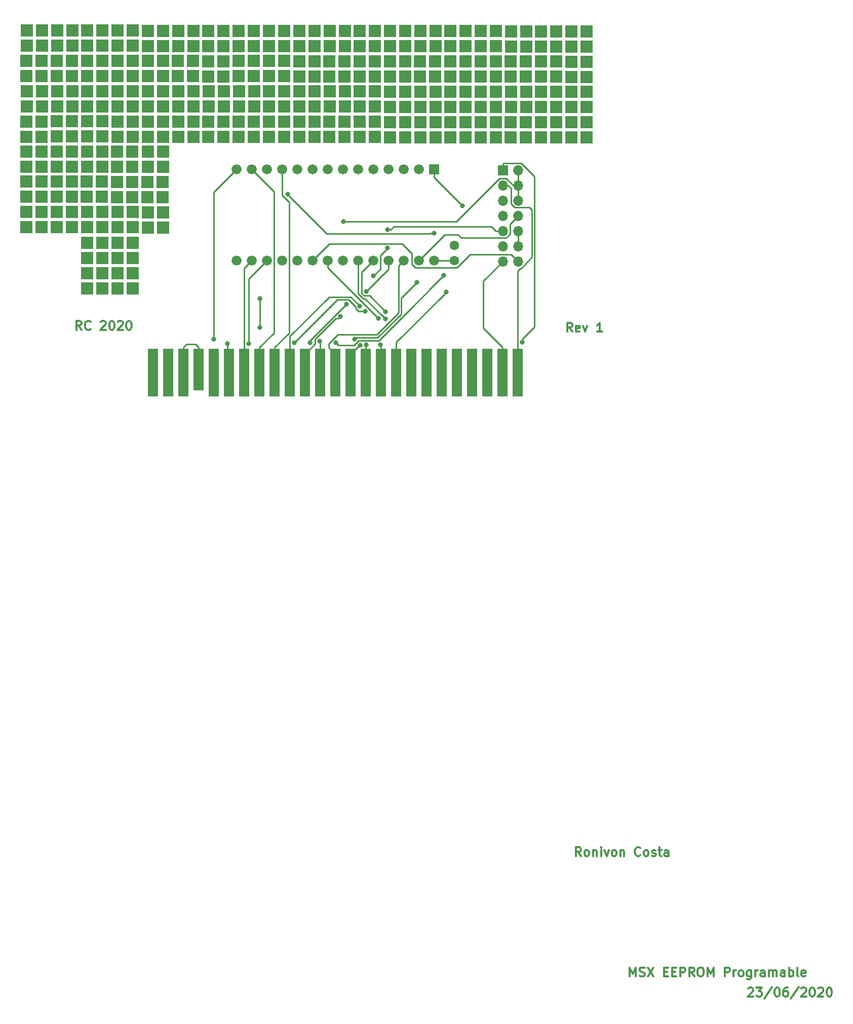
<source format=gbr>
G04 #@! TF.GenerationSoftware,KiCad,Pcbnew,(5.1.5)-3*
G04 #@! TF.CreationDate,2020-07-01T21:27:04+01:00*
G04 #@! TF.ProjectId,msx_eeprom,6d73785f-6565-4707-926f-6d2e6b696361,rev?*
G04 #@! TF.SameCoordinates,Original*
G04 #@! TF.FileFunction,Copper,L1,Top*
G04 #@! TF.FilePolarity,Positive*
%FSLAX46Y46*%
G04 Gerber Fmt 4.6, Leading zero omitted, Abs format (unit mm)*
G04 Created by KiCad (PCBNEW (5.1.5)-3) date 2020-07-01 21:27:04*
%MOMM*%
%LPD*%
G04 APERTURE LIST*
%ADD10C,0.300000*%
%ADD11O,1.700000X1.700000*%
%ADD12R,1.700000X1.700000*%
%ADD13R,1.998980X1.998980*%
%ADD14R,1.800000X8.000000*%
%ADD15R,1.800000X7.000000*%
%ADD16R,1.676400X1.676400*%
%ADD17C,1.676400*%
%ADD18C,1.600000*%
%ADD19C,0.800000*%
%ADD20C,0.250000*%
G04 APERTURE END LIST*
D10*
X178014725Y-82659611D02*
X177514725Y-81945325D01*
X177157582Y-82659611D02*
X177157582Y-81159611D01*
X177729011Y-81159611D01*
X177871868Y-81231040D01*
X177943297Y-81302468D01*
X178014725Y-81445325D01*
X178014725Y-81659611D01*
X177943297Y-81802468D01*
X177871868Y-81873897D01*
X177729011Y-81945325D01*
X177157582Y-81945325D01*
X179229011Y-82588182D02*
X179086154Y-82659611D01*
X178800440Y-82659611D01*
X178657582Y-82588182D01*
X178586154Y-82445325D01*
X178586154Y-81873897D01*
X178657582Y-81731040D01*
X178800440Y-81659611D01*
X179086154Y-81659611D01*
X179229011Y-81731040D01*
X179300440Y-81873897D01*
X179300440Y-82016754D01*
X178586154Y-82159611D01*
X179800440Y-81659611D02*
X180157582Y-82659611D01*
X180514725Y-81659611D01*
X183014725Y-82659611D02*
X182157582Y-82659611D01*
X182586154Y-82659611D02*
X182586154Y-81159611D01*
X182443297Y-81373897D01*
X182300440Y-81516754D01*
X182157582Y-81588182D01*
X179466942Y-170246431D02*
X178966942Y-169532145D01*
X178609800Y-170246431D02*
X178609800Y-168746431D01*
X179181228Y-168746431D01*
X179324085Y-168817860D01*
X179395514Y-168889288D01*
X179466942Y-169032145D01*
X179466942Y-169246431D01*
X179395514Y-169389288D01*
X179324085Y-169460717D01*
X179181228Y-169532145D01*
X178609800Y-169532145D01*
X180324085Y-170246431D02*
X180181228Y-170175002D01*
X180109800Y-170103574D01*
X180038371Y-169960717D01*
X180038371Y-169532145D01*
X180109800Y-169389288D01*
X180181228Y-169317860D01*
X180324085Y-169246431D01*
X180538371Y-169246431D01*
X180681228Y-169317860D01*
X180752657Y-169389288D01*
X180824085Y-169532145D01*
X180824085Y-169960717D01*
X180752657Y-170103574D01*
X180681228Y-170175002D01*
X180538371Y-170246431D01*
X180324085Y-170246431D01*
X181466942Y-169246431D02*
X181466942Y-170246431D01*
X181466942Y-169389288D02*
X181538371Y-169317860D01*
X181681228Y-169246431D01*
X181895514Y-169246431D01*
X182038371Y-169317860D01*
X182109800Y-169460717D01*
X182109800Y-170246431D01*
X182824085Y-170246431D02*
X182824085Y-169246431D01*
X182824085Y-168746431D02*
X182752657Y-168817860D01*
X182824085Y-168889288D01*
X182895514Y-168817860D01*
X182824085Y-168746431D01*
X182824085Y-168889288D01*
X183395514Y-169246431D02*
X183752657Y-170246431D01*
X184109800Y-169246431D01*
X184895514Y-170246431D02*
X184752657Y-170175002D01*
X184681228Y-170103574D01*
X184609800Y-169960717D01*
X184609800Y-169532145D01*
X184681228Y-169389288D01*
X184752657Y-169317860D01*
X184895514Y-169246431D01*
X185109800Y-169246431D01*
X185252657Y-169317860D01*
X185324085Y-169389288D01*
X185395514Y-169532145D01*
X185395514Y-169960717D01*
X185324085Y-170103574D01*
X185252657Y-170175002D01*
X185109800Y-170246431D01*
X184895514Y-170246431D01*
X186038371Y-169246431D02*
X186038371Y-170246431D01*
X186038371Y-169389288D02*
X186109800Y-169317860D01*
X186252657Y-169246431D01*
X186466942Y-169246431D01*
X186609800Y-169317860D01*
X186681228Y-169460717D01*
X186681228Y-170246431D01*
X189395514Y-170103574D02*
X189324085Y-170175002D01*
X189109800Y-170246431D01*
X188966942Y-170246431D01*
X188752657Y-170175002D01*
X188609800Y-170032145D01*
X188538371Y-169889288D01*
X188466942Y-169603574D01*
X188466942Y-169389288D01*
X188538371Y-169103574D01*
X188609800Y-168960717D01*
X188752657Y-168817860D01*
X188966942Y-168746431D01*
X189109800Y-168746431D01*
X189324085Y-168817860D01*
X189395514Y-168889288D01*
X190252657Y-170246431D02*
X190109800Y-170175002D01*
X190038371Y-170103574D01*
X189966942Y-169960717D01*
X189966942Y-169532145D01*
X190038371Y-169389288D01*
X190109800Y-169317860D01*
X190252657Y-169246431D01*
X190466942Y-169246431D01*
X190609800Y-169317860D01*
X190681228Y-169389288D01*
X190752657Y-169532145D01*
X190752657Y-169960717D01*
X190681228Y-170103574D01*
X190609800Y-170175002D01*
X190466942Y-170246431D01*
X190252657Y-170246431D01*
X191324085Y-170175002D02*
X191466942Y-170246431D01*
X191752657Y-170246431D01*
X191895514Y-170175002D01*
X191966942Y-170032145D01*
X191966942Y-169960717D01*
X191895514Y-169817860D01*
X191752657Y-169746431D01*
X191538371Y-169746431D01*
X191395514Y-169675002D01*
X191324085Y-169532145D01*
X191324085Y-169460717D01*
X191395514Y-169317860D01*
X191538371Y-169246431D01*
X191752657Y-169246431D01*
X191895514Y-169317860D01*
X192395514Y-169246431D02*
X192966942Y-169246431D01*
X192609800Y-168746431D02*
X192609800Y-170032145D01*
X192681228Y-170175002D01*
X192824085Y-170246431D01*
X192966942Y-170246431D01*
X194109800Y-170246431D02*
X194109800Y-169460717D01*
X194038371Y-169317860D01*
X193895514Y-169246431D01*
X193609800Y-169246431D01*
X193466942Y-169317860D01*
X194109800Y-170175002D02*
X193966942Y-170246431D01*
X193609800Y-170246431D01*
X193466942Y-170175002D01*
X193395514Y-170032145D01*
X193395514Y-169889288D01*
X193466942Y-169746431D01*
X193609800Y-169675002D01*
X193966942Y-169675002D01*
X194109800Y-169603574D01*
X187617188Y-190342911D02*
X187617188Y-188842911D01*
X188117188Y-189914340D01*
X188617188Y-188842911D01*
X188617188Y-190342911D01*
X189260045Y-190271482D02*
X189474331Y-190342911D01*
X189831474Y-190342911D01*
X189974331Y-190271482D01*
X190045760Y-190200054D01*
X190117188Y-190057197D01*
X190117188Y-189914340D01*
X190045760Y-189771482D01*
X189974331Y-189700054D01*
X189831474Y-189628625D01*
X189545760Y-189557197D01*
X189402902Y-189485768D01*
X189331474Y-189414340D01*
X189260045Y-189271482D01*
X189260045Y-189128625D01*
X189331474Y-188985768D01*
X189402902Y-188914340D01*
X189545760Y-188842911D01*
X189902902Y-188842911D01*
X190117188Y-188914340D01*
X190617188Y-188842911D02*
X191617188Y-190342911D01*
X191617188Y-188842911D02*
X190617188Y-190342911D01*
X193331474Y-189557197D02*
X193831474Y-189557197D01*
X194045760Y-190342911D02*
X193331474Y-190342911D01*
X193331474Y-188842911D01*
X194045760Y-188842911D01*
X194688617Y-189557197D02*
X195188617Y-189557197D01*
X195402902Y-190342911D02*
X194688617Y-190342911D01*
X194688617Y-188842911D01*
X195402902Y-188842911D01*
X196045760Y-190342911D02*
X196045760Y-188842911D01*
X196617188Y-188842911D01*
X196760045Y-188914340D01*
X196831474Y-188985768D01*
X196902902Y-189128625D01*
X196902902Y-189342911D01*
X196831474Y-189485768D01*
X196760045Y-189557197D01*
X196617188Y-189628625D01*
X196045760Y-189628625D01*
X198402902Y-190342911D02*
X197902902Y-189628625D01*
X197545760Y-190342911D02*
X197545760Y-188842911D01*
X198117188Y-188842911D01*
X198260045Y-188914340D01*
X198331474Y-188985768D01*
X198402902Y-189128625D01*
X198402902Y-189342911D01*
X198331474Y-189485768D01*
X198260045Y-189557197D01*
X198117188Y-189628625D01*
X197545760Y-189628625D01*
X199331474Y-188842911D02*
X199617188Y-188842911D01*
X199760045Y-188914340D01*
X199902902Y-189057197D01*
X199974331Y-189342911D01*
X199974331Y-189842911D01*
X199902902Y-190128625D01*
X199760045Y-190271482D01*
X199617188Y-190342911D01*
X199331474Y-190342911D01*
X199188617Y-190271482D01*
X199045760Y-190128625D01*
X198974331Y-189842911D01*
X198974331Y-189342911D01*
X199045760Y-189057197D01*
X199188617Y-188914340D01*
X199331474Y-188842911D01*
X200617188Y-190342911D02*
X200617188Y-188842911D01*
X201117188Y-189914340D01*
X201617188Y-188842911D01*
X201617188Y-190342911D01*
X203474331Y-190342911D02*
X203474331Y-188842911D01*
X204045760Y-188842911D01*
X204188617Y-188914340D01*
X204260045Y-188985768D01*
X204331474Y-189128625D01*
X204331474Y-189342911D01*
X204260045Y-189485768D01*
X204188617Y-189557197D01*
X204045760Y-189628625D01*
X203474331Y-189628625D01*
X204974331Y-190342911D02*
X204974331Y-189342911D01*
X204974331Y-189628625D02*
X205045760Y-189485768D01*
X205117188Y-189414340D01*
X205260045Y-189342911D01*
X205402902Y-189342911D01*
X206117188Y-190342911D02*
X205974331Y-190271482D01*
X205902902Y-190200054D01*
X205831474Y-190057197D01*
X205831474Y-189628625D01*
X205902902Y-189485768D01*
X205974331Y-189414340D01*
X206117188Y-189342911D01*
X206331474Y-189342911D01*
X206474331Y-189414340D01*
X206545760Y-189485768D01*
X206617188Y-189628625D01*
X206617188Y-190057197D01*
X206545760Y-190200054D01*
X206474331Y-190271482D01*
X206331474Y-190342911D01*
X206117188Y-190342911D01*
X207902902Y-189342911D02*
X207902902Y-190557197D01*
X207831474Y-190700054D01*
X207760045Y-190771482D01*
X207617188Y-190842911D01*
X207402902Y-190842911D01*
X207260045Y-190771482D01*
X207902902Y-190271482D02*
X207760045Y-190342911D01*
X207474331Y-190342911D01*
X207331474Y-190271482D01*
X207260045Y-190200054D01*
X207188617Y-190057197D01*
X207188617Y-189628625D01*
X207260045Y-189485768D01*
X207331474Y-189414340D01*
X207474331Y-189342911D01*
X207760045Y-189342911D01*
X207902902Y-189414340D01*
X208617188Y-190342911D02*
X208617188Y-189342911D01*
X208617188Y-189628625D02*
X208688617Y-189485768D01*
X208760045Y-189414340D01*
X208902902Y-189342911D01*
X209045760Y-189342911D01*
X210188617Y-190342911D02*
X210188617Y-189557197D01*
X210117188Y-189414340D01*
X209974331Y-189342911D01*
X209688617Y-189342911D01*
X209545760Y-189414340D01*
X210188617Y-190271482D02*
X210045760Y-190342911D01*
X209688617Y-190342911D01*
X209545760Y-190271482D01*
X209474331Y-190128625D01*
X209474331Y-189985768D01*
X209545760Y-189842911D01*
X209688617Y-189771482D01*
X210045760Y-189771482D01*
X210188617Y-189700054D01*
X210902902Y-190342911D02*
X210902902Y-189342911D01*
X210902902Y-189485768D02*
X210974331Y-189414340D01*
X211117188Y-189342911D01*
X211331474Y-189342911D01*
X211474331Y-189414340D01*
X211545760Y-189557197D01*
X211545760Y-190342911D01*
X211545760Y-189557197D02*
X211617188Y-189414340D01*
X211760045Y-189342911D01*
X211974331Y-189342911D01*
X212117188Y-189414340D01*
X212188617Y-189557197D01*
X212188617Y-190342911D01*
X213545760Y-190342911D02*
X213545760Y-189557197D01*
X213474331Y-189414340D01*
X213331474Y-189342911D01*
X213045760Y-189342911D01*
X212902902Y-189414340D01*
X213545760Y-190271482D02*
X213402902Y-190342911D01*
X213045760Y-190342911D01*
X212902902Y-190271482D01*
X212831474Y-190128625D01*
X212831474Y-189985768D01*
X212902902Y-189842911D01*
X213045760Y-189771482D01*
X213402902Y-189771482D01*
X213545760Y-189700054D01*
X214260045Y-190342911D02*
X214260045Y-188842911D01*
X214260045Y-189414340D02*
X214402902Y-189342911D01*
X214688617Y-189342911D01*
X214831474Y-189414340D01*
X214902902Y-189485768D01*
X214974331Y-189628625D01*
X214974331Y-190057197D01*
X214902902Y-190200054D01*
X214831474Y-190271482D01*
X214688617Y-190342911D01*
X214402902Y-190342911D01*
X214260045Y-190271482D01*
X215831474Y-190342911D02*
X215688617Y-190271482D01*
X215617188Y-190128625D01*
X215617188Y-188842911D01*
X216974331Y-190271482D02*
X216831474Y-190342911D01*
X216545760Y-190342911D01*
X216402902Y-190271482D01*
X216331474Y-190128625D01*
X216331474Y-189557197D01*
X216402902Y-189414340D01*
X216545760Y-189342911D01*
X216831474Y-189342911D01*
X216974331Y-189414340D01*
X217045760Y-189557197D01*
X217045760Y-189700054D01*
X216331474Y-189842911D01*
X207406480Y-192346188D02*
X207477908Y-192274760D01*
X207620765Y-192203331D01*
X207977908Y-192203331D01*
X208120765Y-192274760D01*
X208192194Y-192346188D01*
X208263622Y-192489045D01*
X208263622Y-192631902D01*
X208192194Y-192846188D01*
X207335051Y-193703331D01*
X208263622Y-193703331D01*
X208763622Y-192203331D02*
X209692194Y-192203331D01*
X209192194Y-192774760D01*
X209406480Y-192774760D01*
X209549337Y-192846188D01*
X209620765Y-192917617D01*
X209692194Y-193060474D01*
X209692194Y-193417617D01*
X209620765Y-193560474D01*
X209549337Y-193631902D01*
X209406480Y-193703331D01*
X208977908Y-193703331D01*
X208835051Y-193631902D01*
X208763622Y-193560474D01*
X211406480Y-192131902D02*
X210120765Y-194060474D01*
X212192194Y-192203331D02*
X212335051Y-192203331D01*
X212477908Y-192274760D01*
X212549337Y-192346188D01*
X212620765Y-192489045D01*
X212692194Y-192774760D01*
X212692194Y-193131902D01*
X212620765Y-193417617D01*
X212549337Y-193560474D01*
X212477908Y-193631902D01*
X212335051Y-193703331D01*
X212192194Y-193703331D01*
X212049337Y-193631902D01*
X211977908Y-193560474D01*
X211906480Y-193417617D01*
X211835051Y-193131902D01*
X211835051Y-192774760D01*
X211906480Y-192489045D01*
X211977908Y-192346188D01*
X212049337Y-192274760D01*
X212192194Y-192203331D01*
X213977908Y-192203331D02*
X213692194Y-192203331D01*
X213549337Y-192274760D01*
X213477908Y-192346188D01*
X213335051Y-192560474D01*
X213263622Y-192846188D01*
X213263622Y-193417617D01*
X213335051Y-193560474D01*
X213406480Y-193631902D01*
X213549337Y-193703331D01*
X213835051Y-193703331D01*
X213977908Y-193631902D01*
X214049337Y-193560474D01*
X214120765Y-193417617D01*
X214120765Y-193060474D01*
X214049337Y-192917617D01*
X213977908Y-192846188D01*
X213835051Y-192774760D01*
X213549337Y-192774760D01*
X213406480Y-192846188D01*
X213335051Y-192917617D01*
X213263622Y-193060474D01*
X215835051Y-192131902D02*
X214549337Y-194060474D01*
X216263622Y-192346188D02*
X216335051Y-192274760D01*
X216477908Y-192203331D01*
X216835051Y-192203331D01*
X216977908Y-192274760D01*
X217049337Y-192346188D01*
X217120765Y-192489045D01*
X217120765Y-192631902D01*
X217049337Y-192846188D01*
X216192194Y-193703331D01*
X217120765Y-193703331D01*
X218049337Y-192203331D02*
X218192194Y-192203331D01*
X218335051Y-192274760D01*
X218406480Y-192346188D01*
X218477908Y-192489045D01*
X218549337Y-192774760D01*
X218549337Y-193131902D01*
X218477908Y-193417617D01*
X218406480Y-193560474D01*
X218335051Y-193631902D01*
X218192194Y-193703331D01*
X218049337Y-193703331D01*
X217906480Y-193631902D01*
X217835051Y-193560474D01*
X217763622Y-193417617D01*
X217692194Y-193131902D01*
X217692194Y-192774760D01*
X217763622Y-192489045D01*
X217835051Y-192346188D01*
X217906480Y-192274760D01*
X218049337Y-192203331D01*
X219120765Y-192346188D02*
X219192194Y-192274760D01*
X219335051Y-192203331D01*
X219692194Y-192203331D01*
X219835051Y-192274760D01*
X219906480Y-192346188D01*
X219977908Y-192489045D01*
X219977908Y-192631902D01*
X219906480Y-192846188D01*
X219049337Y-193703331D01*
X219977908Y-193703331D01*
X220906480Y-192203331D02*
X221049337Y-192203331D01*
X221192194Y-192274760D01*
X221263622Y-192346188D01*
X221335051Y-192489045D01*
X221406480Y-192774760D01*
X221406480Y-193131902D01*
X221335051Y-193417617D01*
X221263622Y-193560474D01*
X221192194Y-193631902D01*
X221049337Y-193703331D01*
X220906480Y-193703331D01*
X220763622Y-193631902D01*
X220692194Y-193560474D01*
X220620765Y-193417617D01*
X220549337Y-193131902D01*
X220549337Y-192774760D01*
X220620765Y-192489045D01*
X220692194Y-192346188D01*
X220763622Y-192274760D01*
X220906480Y-192203331D01*
X95975634Y-82334491D02*
X95475634Y-81620205D01*
X95118491Y-82334491D02*
X95118491Y-80834491D01*
X95689920Y-80834491D01*
X95832777Y-80905920D01*
X95904205Y-80977348D01*
X95975634Y-81120205D01*
X95975634Y-81334491D01*
X95904205Y-81477348D01*
X95832777Y-81548777D01*
X95689920Y-81620205D01*
X95118491Y-81620205D01*
X97475634Y-82191634D02*
X97404205Y-82263062D01*
X97189920Y-82334491D01*
X97047062Y-82334491D01*
X96832777Y-82263062D01*
X96689920Y-82120205D01*
X96618491Y-81977348D01*
X96547062Y-81691634D01*
X96547062Y-81477348D01*
X96618491Y-81191634D01*
X96689920Y-81048777D01*
X96832777Y-80905920D01*
X97047062Y-80834491D01*
X97189920Y-80834491D01*
X97404205Y-80905920D01*
X97475634Y-80977348D01*
X99189920Y-80977348D02*
X99261348Y-80905920D01*
X99404205Y-80834491D01*
X99761348Y-80834491D01*
X99904205Y-80905920D01*
X99975634Y-80977348D01*
X100047062Y-81120205D01*
X100047062Y-81263062D01*
X99975634Y-81477348D01*
X99118491Y-82334491D01*
X100047062Y-82334491D01*
X100975634Y-80834491D02*
X101118491Y-80834491D01*
X101261348Y-80905920D01*
X101332777Y-80977348D01*
X101404205Y-81120205D01*
X101475634Y-81405920D01*
X101475634Y-81763062D01*
X101404205Y-82048777D01*
X101332777Y-82191634D01*
X101261348Y-82263062D01*
X101118491Y-82334491D01*
X100975634Y-82334491D01*
X100832777Y-82263062D01*
X100761348Y-82191634D01*
X100689920Y-82048777D01*
X100618491Y-81763062D01*
X100618491Y-81405920D01*
X100689920Y-81120205D01*
X100761348Y-80977348D01*
X100832777Y-80905920D01*
X100975634Y-80834491D01*
X102047062Y-80977348D02*
X102118491Y-80905920D01*
X102261348Y-80834491D01*
X102618491Y-80834491D01*
X102761348Y-80905920D01*
X102832777Y-80977348D01*
X102904205Y-81120205D01*
X102904205Y-81263062D01*
X102832777Y-81477348D01*
X101975634Y-82334491D01*
X102904205Y-82334491D01*
X103832777Y-80834491D02*
X103975634Y-80834491D01*
X104118491Y-80905920D01*
X104189920Y-80977348D01*
X104261348Y-81120205D01*
X104332777Y-81405920D01*
X104332777Y-81763062D01*
X104261348Y-82048777D01*
X104189920Y-82191634D01*
X104118491Y-82263062D01*
X103975634Y-82334491D01*
X103832777Y-82334491D01*
X103689920Y-82263062D01*
X103618491Y-82191634D01*
X103547062Y-82048777D01*
X103475634Y-81763062D01*
X103475634Y-81405920D01*
X103547062Y-81120205D01*
X103618491Y-80977348D01*
X103689920Y-80905920D01*
X103832777Y-80834491D01*
D11*
X168955720Y-70909180D03*
X166415720Y-70909180D03*
X168955720Y-68369180D03*
X166415720Y-68369180D03*
X168955720Y-65829180D03*
X166415720Y-65829180D03*
X168955720Y-63289180D03*
X166415720Y-63289180D03*
X168955720Y-60749180D03*
X166415720Y-60749180D03*
X168955720Y-58209180D03*
X166415720Y-58209180D03*
X168955720Y-55669180D03*
D12*
X166415720Y-55669180D03*
D13*
X96917680Y-70383580D03*
X99457680Y-70383580D03*
X96917680Y-67843580D03*
X99457680Y-67843580D03*
X104537680Y-67833420D03*
X101997680Y-67833420D03*
X104537680Y-70373420D03*
X101997680Y-70373420D03*
X104563080Y-72893100D03*
X102023080Y-72893100D03*
X104563080Y-75433100D03*
X102023080Y-75433100D03*
X96943080Y-75443260D03*
X99483080Y-75443260D03*
X96943080Y-72903260D03*
X99483080Y-72903260D03*
X107050840Y-55118000D03*
X109590840Y-55118000D03*
X107050840Y-52578000D03*
X109590840Y-52578000D03*
X94391480Y-52532280D03*
X91851480Y-52532280D03*
X94391480Y-55072280D03*
X91851480Y-55072280D03*
X104495600Y-52552600D03*
X101955600Y-52552600D03*
X104495600Y-55092600D03*
X101955600Y-55092600D03*
X101935280Y-60157360D03*
X104475280Y-60157360D03*
X101935280Y-57617360D03*
X104475280Y-57617360D03*
X109570520Y-57642760D03*
X107030520Y-57642760D03*
X109570520Y-60182760D03*
X107030520Y-60182760D03*
X91831160Y-60137040D03*
X94371160Y-60137040D03*
X91831160Y-57597040D03*
X94371160Y-57597040D03*
X86771480Y-55082440D03*
X89311480Y-55082440D03*
X86771480Y-52542440D03*
X89311480Y-52542440D03*
X99415600Y-57597040D03*
X96875600Y-57597040D03*
X99415600Y-60137040D03*
X96875600Y-60137040D03*
X89291160Y-57607200D03*
X86751160Y-57607200D03*
X89291160Y-60147200D03*
X86751160Y-60147200D03*
X96895920Y-55072280D03*
X99435920Y-55072280D03*
X96895920Y-52532280D03*
X99435920Y-52532280D03*
X109595920Y-62702440D03*
X107055920Y-62702440D03*
X109595920Y-65242440D03*
X107055920Y-65242440D03*
X91856560Y-65196720D03*
X94396560Y-65196720D03*
X91856560Y-62656720D03*
X94396560Y-62656720D03*
X101960680Y-65217040D03*
X104500680Y-65217040D03*
X101960680Y-62677040D03*
X104500680Y-62677040D03*
X99441000Y-62656720D03*
X96901000Y-62656720D03*
X99441000Y-65196720D03*
X96901000Y-65196720D03*
X89316560Y-62666880D03*
X86776560Y-62666880D03*
X89316560Y-65206880D03*
X86776560Y-65206880D03*
X119735600Y-32410400D03*
X117195600Y-32410400D03*
X119735600Y-34950400D03*
X117195600Y-34950400D03*
X157647640Y-34975800D03*
X160187640Y-34975800D03*
X157647640Y-32435800D03*
X160187640Y-32435800D03*
X127320040Y-34930080D03*
X129860040Y-34930080D03*
X127320040Y-32390080D03*
X129860040Y-32390080D03*
X175331120Y-32466280D03*
X172791120Y-32466280D03*
X175331120Y-35006280D03*
X172791120Y-35006280D03*
X134919720Y-32410400D03*
X132379720Y-32410400D03*
X134919720Y-34950400D03*
X132379720Y-34950400D03*
X109631480Y-32390080D03*
X107091480Y-32390080D03*
X109631480Y-34930080D03*
X107091480Y-34930080D03*
X124815600Y-32390080D03*
X122275600Y-32390080D03*
X124815600Y-34930080D03*
X122275600Y-34930080D03*
X91892120Y-34884360D03*
X94432120Y-34884360D03*
X91892120Y-32344360D03*
X94432120Y-32344360D03*
X167746680Y-35006280D03*
X170286680Y-35006280D03*
X167746680Y-32466280D03*
X170286680Y-32466280D03*
X101996240Y-34904680D03*
X104536240Y-34904680D03*
X101996240Y-32364680D03*
X104536240Y-32364680D03*
X112135920Y-34930080D03*
X114675920Y-34930080D03*
X112135920Y-32390080D03*
X114675920Y-32390080D03*
X145018760Y-32410400D03*
X142478760Y-32410400D03*
X145018760Y-34950400D03*
X142478760Y-34950400D03*
X177850800Y-35026600D03*
X180390800Y-35026600D03*
X177850800Y-32486600D03*
X180390800Y-32486600D03*
X165247320Y-32456120D03*
X162707320Y-32456120D03*
X165247320Y-34996120D03*
X162707320Y-34996120D03*
X137434320Y-34950400D03*
X139974320Y-34950400D03*
X137434320Y-32410400D03*
X139974320Y-32410400D03*
X147538440Y-34970720D03*
X150078440Y-34970720D03*
X147538440Y-32430720D03*
X150078440Y-32430720D03*
X99476560Y-32344360D03*
X96936560Y-32344360D03*
X99476560Y-34884360D03*
X96936560Y-34884360D03*
X122255280Y-39994840D03*
X124795280Y-39994840D03*
X122255280Y-37454840D03*
X124795280Y-37454840D03*
X89352120Y-32354520D03*
X86812120Y-32354520D03*
X89352120Y-34894520D03*
X86812120Y-34894520D03*
X155143200Y-32435800D03*
X152603200Y-32435800D03*
X155143200Y-34975800D03*
X152603200Y-34975800D03*
X132359400Y-40015160D03*
X134899400Y-40015160D03*
X132359400Y-37475160D03*
X134899400Y-37475160D03*
X129839720Y-37454840D03*
X127299720Y-37454840D03*
X129839720Y-39994840D03*
X127299720Y-39994840D03*
X172770800Y-40071040D03*
X175310800Y-40071040D03*
X172770800Y-37531040D03*
X175310800Y-37531040D03*
X94411800Y-37409120D03*
X91871800Y-37409120D03*
X94411800Y-39949120D03*
X91871800Y-39949120D03*
X104515920Y-37429440D03*
X101975920Y-37429440D03*
X104515920Y-39969440D03*
X101975920Y-39969440D03*
X114655600Y-37454840D03*
X112115600Y-37454840D03*
X114655600Y-39994840D03*
X112115600Y-39994840D03*
X107071160Y-39994840D03*
X109611160Y-39994840D03*
X107071160Y-37454840D03*
X109611160Y-37454840D03*
X117175280Y-40015160D03*
X119715280Y-40015160D03*
X117175280Y-37475160D03*
X119715280Y-37475160D03*
X170266360Y-37531040D03*
X167726360Y-37531040D03*
X170266360Y-40071040D03*
X167726360Y-40071040D03*
X180370480Y-37551360D03*
X177830480Y-37551360D03*
X180370480Y-40091360D03*
X177830480Y-40091360D03*
X142458440Y-40015160D03*
X144998440Y-40015160D03*
X142458440Y-37475160D03*
X144998440Y-37475160D03*
X160167320Y-37500560D03*
X157627320Y-37500560D03*
X160167320Y-40040560D03*
X157627320Y-40040560D03*
X152582880Y-40040560D03*
X155122880Y-40040560D03*
X152582880Y-37500560D03*
X155122880Y-37500560D03*
X162687000Y-40060880D03*
X165227000Y-40060880D03*
X162687000Y-37520880D03*
X165227000Y-37520880D03*
X139954000Y-37475160D03*
X137414000Y-37475160D03*
X139954000Y-40015160D03*
X137414000Y-40015160D03*
X150058120Y-37495480D03*
X147518120Y-37495480D03*
X150058120Y-40035480D03*
X147518120Y-40035480D03*
X86791800Y-39959280D03*
X89331800Y-39959280D03*
X86791800Y-37419280D03*
X89331800Y-37419280D03*
X96916240Y-39949120D03*
X99456240Y-39949120D03*
X96916240Y-37409120D03*
X99456240Y-37409120D03*
X122280680Y-45054520D03*
X124820680Y-45054520D03*
X122280680Y-42514520D03*
X124820680Y-42514520D03*
X132384800Y-45074840D03*
X134924800Y-45074840D03*
X132384800Y-42534840D03*
X134924800Y-42534840D03*
X129865120Y-42514520D03*
X127325120Y-42514520D03*
X129865120Y-45054520D03*
X127325120Y-45054520D03*
X172796200Y-45130720D03*
X175336200Y-45130720D03*
X172796200Y-42590720D03*
X175336200Y-42590720D03*
X94437200Y-42468800D03*
X91897200Y-42468800D03*
X94437200Y-45008800D03*
X91897200Y-45008800D03*
X104541320Y-42489120D03*
X102001320Y-42489120D03*
X104541320Y-45029120D03*
X102001320Y-45029120D03*
X114681000Y-42514520D03*
X112141000Y-42514520D03*
X114681000Y-45054520D03*
X112141000Y-45054520D03*
X107096560Y-45054520D03*
X109636560Y-45054520D03*
X107096560Y-42514520D03*
X109636560Y-42514520D03*
X117200680Y-45074840D03*
X119740680Y-45074840D03*
X117200680Y-42534840D03*
X119740680Y-42534840D03*
X170291760Y-42590720D03*
X167751760Y-42590720D03*
X170291760Y-45130720D03*
X167751760Y-45130720D03*
X180395880Y-42611040D03*
X177855880Y-42611040D03*
X180395880Y-45151040D03*
X177855880Y-45151040D03*
X142483840Y-45074840D03*
X145023840Y-45074840D03*
X142483840Y-42534840D03*
X145023840Y-42534840D03*
X160192720Y-42560240D03*
X157652720Y-42560240D03*
X160192720Y-45100240D03*
X157652720Y-45100240D03*
X152608280Y-45100240D03*
X155148280Y-45100240D03*
X152608280Y-42560240D03*
X155148280Y-42560240D03*
X162712400Y-45120560D03*
X165252400Y-45120560D03*
X162712400Y-42580560D03*
X165252400Y-42580560D03*
X139979400Y-42534840D03*
X137439400Y-42534840D03*
X139979400Y-45074840D03*
X137439400Y-45074840D03*
X150083520Y-42555160D03*
X147543520Y-42555160D03*
X150083520Y-45095160D03*
X147543520Y-45095160D03*
X86817200Y-45018960D03*
X89357200Y-45018960D03*
X86817200Y-42478960D03*
X89357200Y-42478960D03*
X96941640Y-45008800D03*
X99481640Y-45008800D03*
X96941640Y-42468800D03*
X99481640Y-42468800D03*
X89336880Y-47543720D03*
X86796880Y-47543720D03*
X89336880Y-50083720D03*
X86796880Y-50083720D03*
X99461320Y-47533560D03*
X96921320Y-47533560D03*
X99461320Y-50073560D03*
X96921320Y-50073560D03*
X91876880Y-50073560D03*
X94416880Y-50073560D03*
X91876880Y-47533560D03*
X94416880Y-47533560D03*
X101981000Y-50093880D03*
X104521000Y-50093880D03*
X101981000Y-47553880D03*
X104521000Y-47553880D03*
X112120680Y-50119280D03*
X114660680Y-50119280D03*
X112120680Y-47579280D03*
X114660680Y-47579280D03*
X109616240Y-47579280D03*
X107076240Y-47579280D03*
X109616240Y-50119280D03*
X107076240Y-50119280D03*
X119720360Y-47599600D03*
X117180360Y-47599600D03*
X119720360Y-50139600D03*
X117180360Y-50139600D03*
X175315880Y-47655480D03*
X172775880Y-47655480D03*
X175315880Y-50195480D03*
X172775880Y-50195480D03*
X167731440Y-50195480D03*
X170271440Y-50195480D03*
X167731440Y-47655480D03*
X170271440Y-47655480D03*
X177835560Y-50215800D03*
X180375560Y-50215800D03*
X177835560Y-47675800D03*
X180375560Y-47675800D03*
X157632400Y-50165000D03*
X160172400Y-50165000D03*
X157632400Y-47625000D03*
X160172400Y-47625000D03*
X155127960Y-47625000D03*
X152587960Y-47625000D03*
X155127960Y-50165000D03*
X152587960Y-50165000D03*
X165232080Y-47645320D03*
X162692080Y-47645320D03*
X165232080Y-50185320D03*
X162692080Y-50185320D03*
X137419080Y-50139600D03*
X139959080Y-50139600D03*
X137419080Y-47599600D03*
X139959080Y-47599600D03*
X147523200Y-50159920D03*
X150063200Y-50159920D03*
X147523200Y-47619920D03*
X150063200Y-47619920D03*
X145003520Y-47599600D03*
X142463520Y-47599600D03*
X145003520Y-50139600D03*
X142463520Y-50139600D03*
X134904480Y-47599600D03*
X132364480Y-47599600D03*
X134904480Y-50139600D03*
X132364480Y-50139600D03*
X127304800Y-50119280D03*
X129844800Y-50119280D03*
X127304800Y-47579280D03*
X129844800Y-47579280D03*
X124800360Y-47579280D03*
X122260360Y-47579280D03*
X124800360Y-50119280D03*
X122260360Y-50119280D03*
D14*
X107939840Y-89507440D03*
X110479840Y-89507440D03*
X113019840Y-89507440D03*
D15*
X115554760Y-89014680D03*
D14*
X118099840Y-89507440D03*
X120639840Y-89507440D03*
X123179840Y-89507440D03*
X125719840Y-89507440D03*
X128259840Y-89507440D03*
X130799840Y-89507440D03*
X133339840Y-89507440D03*
X135879840Y-89507440D03*
X138419840Y-89507440D03*
X140959840Y-89507440D03*
X143499840Y-89507440D03*
X146039840Y-89507440D03*
X148579840Y-89507440D03*
X151119840Y-89507440D03*
X153659840Y-89507440D03*
X156199840Y-89507440D03*
X158739840Y-89507440D03*
X161279840Y-89507440D03*
X163819840Y-89507440D03*
X166359840Y-89507440D03*
X168899840Y-89507440D03*
D16*
X154901900Y-55549800D03*
D17*
X152361900Y-55549800D03*
X149821900Y-55549800D03*
X147281900Y-55549800D03*
X144741900Y-55549800D03*
X142201900Y-55549800D03*
X139661900Y-55549800D03*
X137121900Y-55549800D03*
X134581900Y-55549800D03*
X132041900Y-55549800D03*
X129501900Y-55549800D03*
X126961900Y-55549800D03*
X124421900Y-55549800D03*
X121881900Y-55549800D03*
X121881900Y-70789800D03*
X124421900Y-70789800D03*
X126961900Y-70789800D03*
X129501900Y-70789800D03*
X132041900Y-70789800D03*
X134581900Y-70789800D03*
X137121900Y-70789800D03*
X139661900Y-70789800D03*
X142201900Y-70789800D03*
X144741900Y-70789800D03*
X147281900Y-70789800D03*
X149821900Y-70789800D03*
X152361900Y-70789800D03*
X154901900Y-70789800D03*
D18*
X158305500Y-68264400D03*
X158305500Y-70764400D03*
D19*
X154889200Y-66205100D03*
X130416300Y-59715400D03*
X118097300Y-83883500D03*
X144774920Y-73317100D03*
X147147280Y-65570100D03*
X147147280Y-68688119D03*
X120370600Y-84632800D03*
X142497337Y-78375949D03*
X139288206Y-80050113D03*
X135777390Y-84228090D03*
X143573500Y-75933300D03*
X142594317Y-84907465D03*
X143593294Y-84862225D03*
X145619890Y-80414710D03*
X145927199Y-84804964D03*
X123952000Y-84696300D03*
X125780800Y-77165200D03*
X125780800Y-81991200D03*
X131524850Y-84531200D03*
X143389075Y-79267688D03*
X140271500Y-78041500D03*
X134149001Y-84457429D03*
X152053446Y-74421882D03*
X141593410Y-83856834D03*
X146748500Y-80518000D03*
X146812000Y-79349600D03*
X139763500Y-64236600D03*
X169677080Y-84439760D03*
X156984700Y-76039980D03*
X138518900Y-84518500D03*
X159682180Y-61666120D03*
X156522420Y-73243440D03*
D20*
X158280100Y-70789800D02*
X158305500Y-70764400D01*
X154901900Y-70789800D02*
X158280100Y-70789800D01*
X136996001Y-66295101D02*
X130816299Y-60115399D01*
X154323515Y-66205100D02*
X154233514Y-66295101D01*
X130816299Y-60115399D02*
X130416300Y-59715400D01*
X154889200Y-66205100D02*
X154323515Y-66205100D01*
X154233514Y-66295101D02*
X136996001Y-66295101D01*
X118097300Y-59334400D02*
X121881900Y-55549800D01*
X118097300Y-83883500D02*
X118097300Y-59334400D01*
X147147280Y-65570100D02*
X147712965Y-65570100D01*
X147712965Y-65570100D02*
X148165085Y-65117980D01*
X145905101Y-72186919D02*
X145905101Y-69930298D01*
X146747281Y-69088118D02*
X147147280Y-68688119D01*
X145905101Y-69930298D02*
X146747281Y-69088118D01*
X144774920Y-73317100D02*
X145905101Y-72186919D01*
X164464339Y-65079880D02*
X160545780Y-65079880D01*
X165213639Y-65829180D02*
X164464339Y-65079880D01*
X148165085Y-65117980D02*
X160545780Y-65079880D01*
X160545780Y-65079880D02*
X160825180Y-65117980D01*
X166415720Y-65829180D02*
X165213639Y-65829180D01*
X115554760Y-85264680D02*
X115554760Y-89014680D01*
X113019840Y-85257440D02*
X113568280Y-84709000D01*
X114999080Y-84709000D02*
X115554760Y-85264680D01*
X113568280Y-84709000D02*
X114999080Y-84709000D01*
X113019840Y-89507440D02*
X113019840Y-85257440D01*
X120370600Y-89238200D02*
X120639840Y-89507440D01*
X120370600Y-84632800D02*
X120370600Y-89238200D01*
X124421900Y-70789800D02*
X123179840Y-72031860D01*
X123179840Y-72031860D02*
X123179840Y-89507440D01*
X125719840Y-85257440D02*
X125719840Y-89507440D01*
X128125101Y-82852179D02*
X125719840Y-85257440D01*
X128125101Y-59253001D02*
X128125101Y-82852179D01*
X124421900Y-55549800D02*
X128125101Y-59253001D01*
X128259840Y-85257440D02*
X130665101Y-82852179D01*
X129501900Y-59874004D02*
X129501900Y-56735193D01*
X129501900Y-56735193D02*
X129501900Y-55549800D01*
X130665101Y-82852179D02*
X130665101Y-61037205D01*
X130665101Y-61037205D02*
X129501900Y-59874004D01*
X128259840Y-89507440D02*
X128259840Y-85257440D01*
X142097338Y-77975950D02*
X142497337Y-78375949D01*
X137389587Y-76840511D02*
X140961899Y-76840511D01*
X140961899Y-76840511D02*
X142097338Y-77975950D01*
X130799840Y-89507440D02*
X130799840Y-83430258D01*
X130799840Y-83430258D02*
X137389587Y-76840511D01*
X133339840Y-89507440D02*
X133339840Y-86407440D01*
X138888207Y-80450112D02*
X139288206Y-80050113D01*
X135052388Y-83897022D02*
X138499298Y-80450112D01*
X135052388Y-84694892D02*
X135052388Y-83897022D01*
X133339840Y-86407440D02*
X135052388Y-84694892D01*
X138499298Y-80450112D02*
X138888207Y-80450112D01*
X135879840Y-84330540D02*
X135777390Y-84228090D01*
X135879840Y-89507440D02*
X135879840Y-84330540D01*
X138419840Y-86407440D02*
X138419840Y-89507440D01*
X148983701Y-79527399D02*
X145379267Y-83131833D01*
X149821900Y-70789800D02*
X148983701Y-71627999D01*
X145379267Y-83131833D02*
X138832565Y-83131833D01*
X148983701Y-71627999D02*
X148983701Y-79527399D01*
X138832565Y-83131833D02*
X137269840Y-84694558D01*
X137269840Y-84694558D02*
X137269840Y-85257440D01*
X137269840Y-85257440D02*
X138419840Y-86407440D01*
X147281900Y-70789800D02*
X147281900Y-72224900D01*
X147281900Y-72224900D02*
X143573500Y-75933300D01*
X140959840Y-86407440D02*
X142459815Y-84907465D01*
X142459815Y-84907465D02*
X142594317Y-84907465D01*
X140959840Y-89507440D02*
X140959840Y-86407440D01*
X143499840Y-89507440D02*
X143499840Y-84955679D01*
X143499840Y-84955679D02*
X143593294Y-84862225D01*
X145561417Y-80414710D02*
X145619890Y-80414710D01*
X137121900Y-70789800D02*
X137121900Y-71975193D01*
X137121900Y-71975193D02*
X145561417Y-80414710D01*
X146039840Y-89507440D02*
X146039840Y-84917605D01*
X146039840Y-84917605D02*
X145927199Y-84804964D01*
X123952000Y-73799700D02*
X123952000Y-84130615D01*
X126961900Y-70789800D02*
X123952000Y-73799700D01*
X123952000Y-84130615D02*
X123952000Y-84696300D01*
X125780800Y-77165200D02*
X125780800Y-81991200D01*
X141772335Y-78444716D02*
X141772335Y-78716159D01*
X142323864Y-79267688D02*
X142823390Y-79267688D01*
X141772335Y-78716159D02*
X142323864Y-79267688D01*
X131524850Y-84531200D02*
X138765528Y-77290522D01*
X140618141Y-77290522D02*
X141772335Y-78444716D01*
X142823390Y-79267688D02*
X143389075Y-79267688D01*
X138765528Y-77290522D02*
X140618141Y-77290522D01*
X134149001Y-84163999D02*
X134149001Y-84457429D01*
X140271500Y-78041500D02*
X134149001Y-84163999D01*
X149433712Y-79713799D02*
X145461691Y-83685820D01*
X141764424Y-83685820D02*
X141593410Y-83856834D01*
X145461691Y-83685820D02*
X141764424Y-83685820D01*
X152053446Y-74421882D02*
X149433712Y-77041616D01*
X149433712Y-77041616D02*
X149433712Y-79713799D01*
X143039099Y-77108312D02*
X143338812Y-77108312D01*
X143338812Y-77108312D02*
X146348501Y-80118001D01*
X142201900Y-76271113D02*
X143039099Y-77108312D01*
X142201900Y-70789800D02*
X142201900Y-76271113D01*
X146348501Y-80118001D02*
X146748500Y-80518000D01*
X144120701Y-76658301D02*
X146812000Y-79349600D01*
X142848499Y-76281301D02*
X143225499Y-76658301D01*
X143225499Y-76658301D02*
X144120701Y-76658301D01*
X142848499Y-72683201D02*
X142848499Y-76281301D01*
X144741900Y-70789800D02*
X142848499Y-72683201D01*
X152361900Y-70789800D02*
X156730700Y-66421000D01*
X156730700Y-66421000D02*
X158915100Y-66421000D01*
X168105721Y-64139179D02*
X168955720Y-63289180D01*
X167590721Y-64654179D02*
X168105721Y-64139179D01*
X166979721Y-67004181D02*
X167590721Y-66393181D01*
X167590721Y-66393181D02*
X167590721Y-64654179D01*
X159498281Y-67004181D02*
X166979721Y-67004181D01*
X158915100Y-66421000D02*
X159498281Y-67004181D01*
X168955720Y-56871261D02*
X168955720Y-58209180D01*
X168955720Y-55669180D02*
X168955720Y-56871261D01*
X168955720Y-59411261D02*
X168955720Y-60749180D01*
X168955720Y-58209180D02*
X168955720Y-59411261D01*
X168955720Y-59010178D02*
X166979721Y-57034179D01*
X158649298Y-64236600D02*
X140329185Y-64236600D01*
X140329185Y-64236600D02*
X139763500Y-64236600D01*
X165851719Y-57034179D02*
X158649298Y-64236600D01*
X166979721Y-57034179D02*
X165851719Y-57034179D01*
X168955720Y-60749180D02*
X168955720Y-59010178D01*
X166415720Y-58209180D02*
X167116760Y-58209180D01*
X167297100Y-58209180D02*
X166415720Y-58209180D01*
X167780719Y-58692799D02*
X167297100Y-58209180D01*
X170130721Y-71473181D02*
X170130721Y-71361421D01*
X169519721Y-72084181D02*
X170130721Y-71473181D01*
X169407961Y-72084181D02*
X169519721Y-72084181D01*
X168899840Y-89507440D02*
X168899840Y-72592302D01*
X168899840Y-72592302D02*
X169407961Y-72084181D01*
X170130721Y-71361421D02*
X171269660Y-70222482D01*
X171269660Y-62329060D02*
X170864781Y-61924181D01*
X171269660Y-70222482D02*
X171269660Y-62329060D01*
X168391719Y-61924181D02*
X167780719Y-61313181D01*
X170864781Y-61924181D02*
X168391719Y-61924181D01*
X167780719Y-61313181D02*
X167780719Y-58692799D01*
X171719671Y-81831484D02*
X169677080Y-83874075D01*
X166415720Y-54569180D02*
X166490721Y-54494179D01*
X171719671Y-56694129D02*
X171719671Y-81831484D01*
X169519721Y-54494179D02*
X171719671Y-56694129D01*
X169677080Y-83874075D02*
X169677080Y-84439760D01*
X166415720Y-55669180D02*
X166415720Y-54569180D01*
X166490721Y-54494179D02*
X169519721Y-54494179D01*
X166359840Y-86407440D02*
X166359840Y-89507440D01*
X163121340Y-74203560D02*
X166415720Y-70909180D01*
X163121340Y-82018940D02*
X163121340Y-74203560D01*
X166359840Y-89507440D02*
X166359840Y-85257440D01*
X166359840Y-85257440D02*
X163121340Y-82018940D01*
X148579840Y-89507440D02*
X148579840Y-84444840D01*
X148579840Y-84444840D02*
X156584701Y-76439979D01*
X156584701Y-76439979D02*
X156984700Y-76039980D01*
X154901900Y-56885840D02*
X159682180Y-61666120D01*
X154901900Y-55549800D02*
X154901900Y-56885840D01*
X142340632Y-84135831D02*
X141557964Y-84918499D01*
X138918899Y-84918499D02*
X138518900Y-84518500D01*
X151155400Y-78628522D02*
X145648091Y-84135831D01*
X145648091Y-84135831D02*
X142340632Y-84135831D01*
X141557964Y-84918499D02*
X138918899Y-84918499D01*
X151155400Y-78628522D02*
X151155400Y-78610460D01*
X168955720Y-67167099D02*
X168955720Y-65829180D01*
X168955720Y-68369180D02*
X168955720Y-67167099D01*
X154525980Y-75239880D02*
X156522420Y-73243440D01*
X151155400Y-78610460D02*
X154525980Y-75239880D01*
X154525980Y-75239880D02*
X154663140Y-75102720D01*
X151198699Y-71348137D02*
X151803563Y-71953001D01*
X137408591Y-67963109D02*
X149552989Y-67963109D01*
X149552989Y-67963109D02*
X151198699Y-69608819D01*
X151198699Y-69608819D02*
X151198699Y-71348137D01*
X151803563Y-71953001D02*
X158746457Y-71953001D01*
X134581900Y-70789800D02*
X137408591Y-67963109D01*
X167780719Y-69734179D02*
X168105721Y-70059181D01*
X168105721Y-70059181D02*
X168955720Y-70909180D01*
X160965279Y-69734179D02*
X167780719Y-69734179D01*
X158746457Y-71953001D02*
X160965279Y-69734179D01*
M02*

</source>
